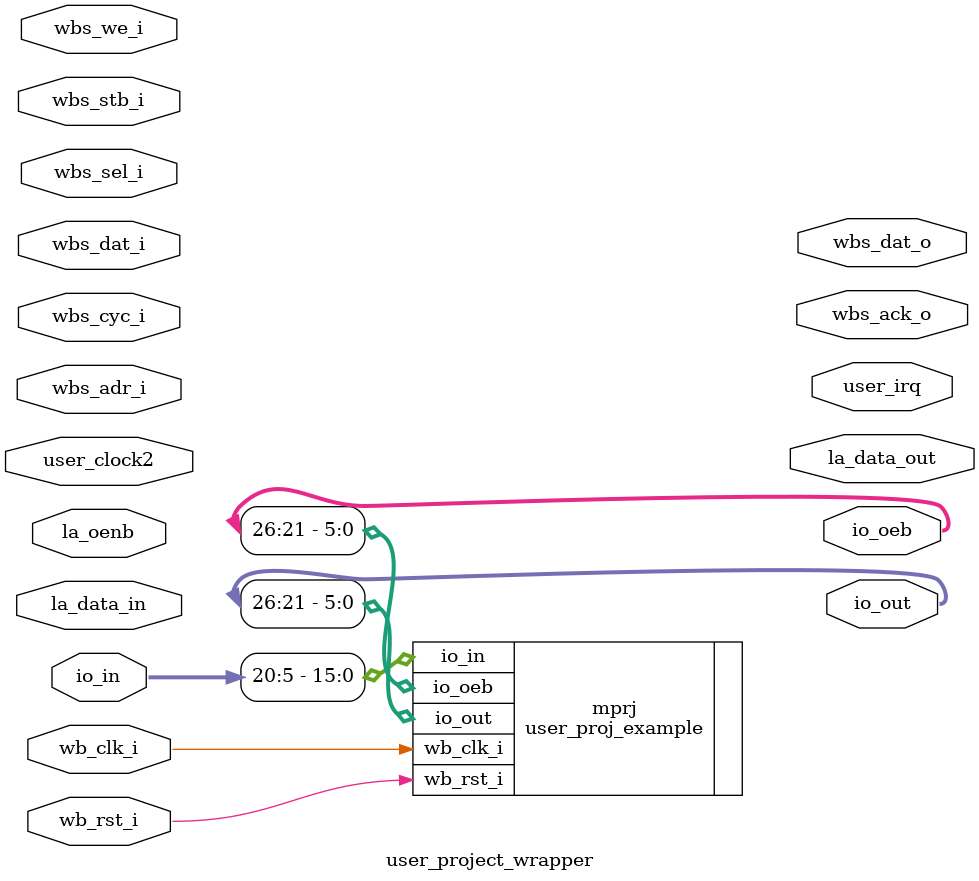
<source format=v>
module user_project_wrapper (user_clock2,
    wb_clk_i,
    wb_rst_i,
    wbs_ack_o,
    wbs_cyc_i,
    wbs_stb_i,
    wbs_we_i,
    io_in,
    io_oeb,
    io_out,
    la_data_in,
    la_data_out,
    la_oenb,
    user_irq,
    wbs_adr_i,
    wbs_dat_i,
    wbs_dat_o,
    wbs_sel_i);
 input user_clock2;
 input wb_clk_i;
 input wb_rst_i;
 output wbs_ack_o;
 input wbs_cyc_i;
 input wbs_stb_i;
 input wbs_we_i;
 input [37:0] io_in;
 output [37:0] io_oeb;
 output [37:0] io_out;
 input [63:0] la_data_in;
 output [63:0] la_data_out;
 input [63:0] la_oenb;
 output [2:0] user_irq;
 input [31:0] wbs_adr_i;
 input [31:0] wbs_dat_i;
 output [31:0] wbs_dat_o;
 input [3:0] wbs_sel_i;


 user_proj_example mprj (.wb_clk_i(wb_clk_i),
    .wb_rst_i(wb_rst_i),
    .io_in({io_in[20],
    io_in[19],
    io_in[18],
    io_in[17],
    io_in[16],
    io_in[15],
    io_in[14],
    io_in[13],
    io_in[12],
    io_in[11],
    io_in[10],
    io_in[9],
    io_in[8],
    io_in[7],
    io_in[6],
    io_in[5]}),
    .io_oeb({io_oeb[26],
    io_oeb[25],
    io_oeb[24],
    io_oeb[23],
    io_oeb[22],
    io_oeb[21]}),
    .io_out({io_out[26],
    io_out[25],
    io_out[24],
    io_out[23],
    io_out[22],
    io_out[21]}));
endmodule


</source>
